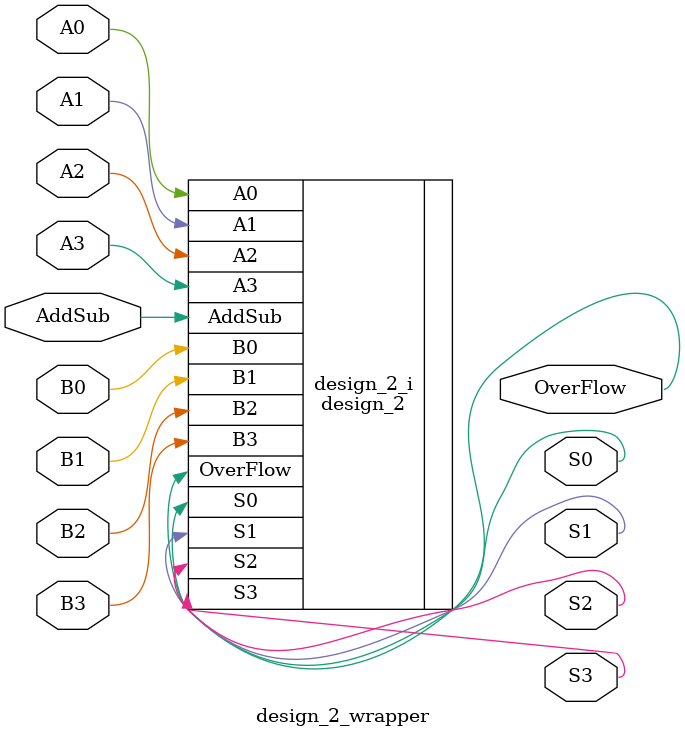
<source format=v>
`timescale 1 ps / 1 ps

module design_2_wrapper
   (A0,
    A1,
    A2,
    A3,
    AddSub,
    B0,
    B1,
    B2,
    B3,
    OverFlow,
    S0,
    S1,
    S2,
    S3);
  input A0;
  input A1;
  input A2;
  input A3;
  input AddSub;
  input B0;
  input B1;
  input B2;
  input B3;
  output OverFlow;
  output S0;
  output S1;
  output S2;
  output S3;

  wire A0;
  wire A1;
  wire A2;
  wire A3;
  wire AddSub;
  wire B0;
  wire B1;
  wire B2;
  wire B3;
  wire OverFlow;
  wire S0;
  wire S1;
  wire S2;
  wire S3;

  design_2 design_2_i
       (.A0(A0),
        .A1(A1),
        .A2(A2),
        .A3(A3),
        .AddSub(AddSub),
        .B0(B0),
        .B1(B1),
        .B2(B2),
        .B3(B3),
        .OverFlow(OverFlow),
        .S0(S0),
        .S1(S1),
        .S2(S2),
        .S3(S3));
endmodule

</source>
